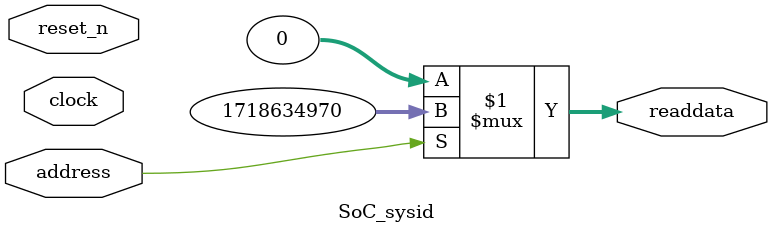
<source format=v>



// synthesis translate_off
`timescale 1ns / 1ps
// synthesis translate_on

// turn off superfluous verilog processor warnings 
// altera message_level Level1 
// altera message_off 10034 10035 10036 10037 10230 10240 10030 

module SoC_sysid (
               // inputs:
                address,
                clock,
                reset_n,

               // outputs:
                readdata
             )
;

  output  [ 31: 0] readdata;
  input            address;
  input            clock;
  input            reset_n;

  wire    [ 31: 0] readdata;
  //control_slave, which is an e_avalon_slave
  assign readdata = address ? 1718634970 : 0;

endmodule



</source>
